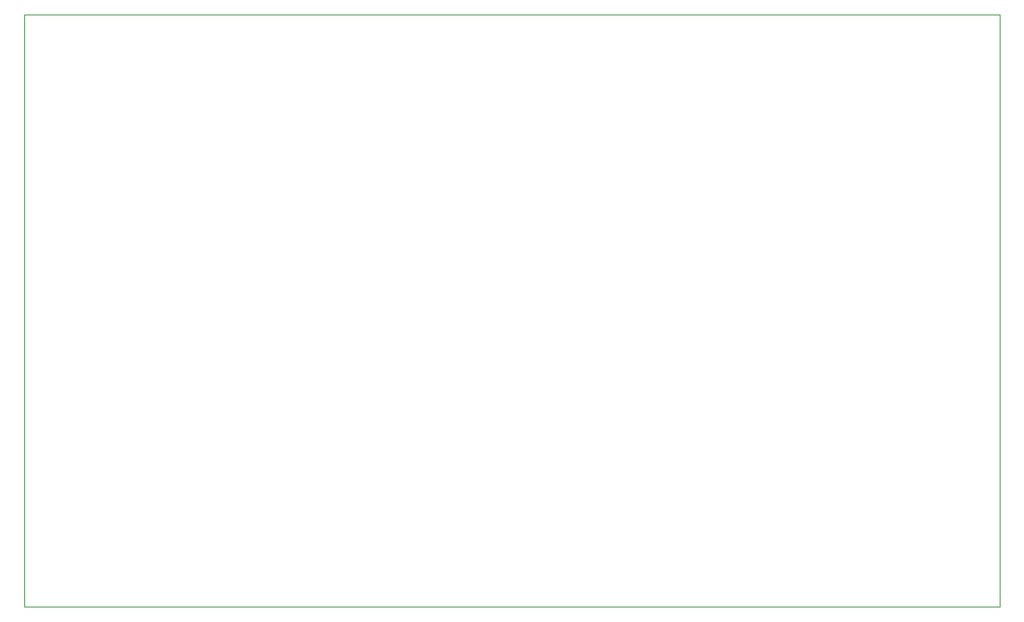
<source format=gm1>
%TF.GenerationSoftware,KiCad,Pcbnew,(6.0.1)*%
%TF.CreationDate,2022-03-17T16:16:29+01:00*%
%TF.ProjectId,Console,436f6e73-6f6c-4652-9e6b-696361645f70,v01*%
%TF.SameCoordinates,Original*%
%TF.FileFunction,Profile,NP*%
%FSLAX46Y46*%
G04 Gerber Fmt 4.6, Leading zero omitted, Abs format (unit mm)*
G04 Created by KiCad (PCBNEW (6.0.1)) date 2022-03-17 16:16:29*
%MOMM*%
%LPD*%
G01*
G04 APERTURE LIST*
%TA.AperFunction,Profile*%
%ADD10C,0.050000*%
%TD*%
G04 APERTURE END LIST*
D10*
X197242500Y-64770000D02*
X197242500Y-126777500D01*
X95238500Y-64770000D02*
X95238500Y-126777500D01*
X95238500Y-126777500D02*
X197242500Y-126777500D01*
X197242500Y-64770000D02*
X95238500Y-64770000D01*
M02*

</source>
